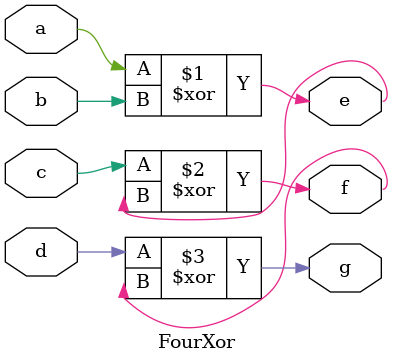
<source format=v>
`timescale 1ns / 1ps

module FourXor(
    input a,b,c,d,
    output e,f,g
    );
assign e=a^b;
assign f=c^e;
assign g=d^f;

endmodule
</source>
